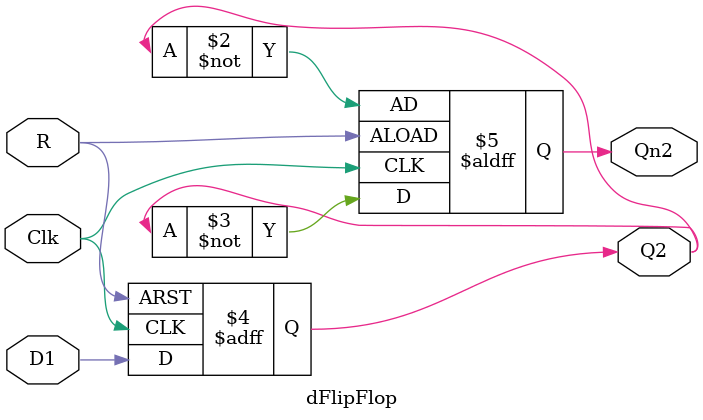
<source format=sv>


`timescale 1ns / 1ps

`ifndef dFlipFlop
`define dFlipFlop



//(D1, Clk, R, Q2, Qn2)

module dFlipFlop (input wire D1, Clk, R,
		output reg Q2, Qn2);
		
	always_ff @(posedge Clk, posedge R)
	if (R) begin
		Q2 <= 0;
		Qn2 <= ~Q2;
	end else begin
		Q2 <= D1;
		Qn2 <= ~Q2;
	end
	
endmodule

`endif 
</source>
